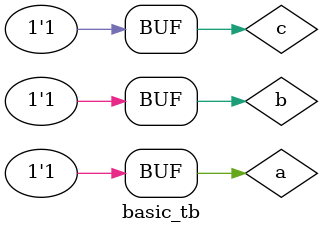
<source format=v>
module basic (
    input in_1,
    input in_2,
    input in_3,
    // output
    output out_1,
    output out_2
);

    assign out_1 = in_1 & in_2 & in_3;
    assign out_2 = in_1 | in_2 | in_3;
endmodule


module basic_tb; 
    reg a,b,c;
    wire d,e;

    basic UUT (
        .in_1(a),
        .in_2(b),
        .in_3(c),
        .out_1(d),
        .out_2(e)
    );
    
    initial begin
        $dumpfile("basic.vcd");
        $dumpvars(0,basic_tb);

        a=0;b=0;c=0; #10;
        a=0;b=1;c=0; #10;
        a=0;b=0;c=0; #10;
        a=1;b=1;c=1; #10;
    end

endmodule



</source>
